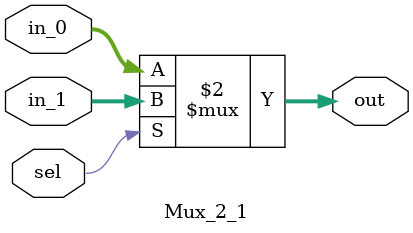
<source format=v>
module Mux_2_1 #(parameter WIDTH = 32)
  (
    input [WIDTH - 1 : 0] in_0,
    input [WIDTH - 1 : 0] in_1,
    input sel,

    output [WIDTH - 1 : 0] out
  );

  assign out = ( sel == 0) ? in_0 : in_1; 

endmodule : Mux_2_1
</source>
